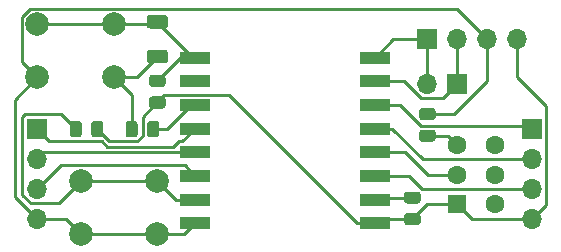
<source format=gtl>
%TF.GenerationSoftware,KiCad,Pcbnew,(5.1.9-0-10_14)*%
%TF.CreationDate,2021-03-17T15:04:59+08:00*%
%TF.ProjectId,Kernel,4b65726e-656c-42e6-9b69-6361645f7063,rev?*%
%TF.SameCoordinates,Original*%
%TF.FileFunction,Copper,L1,Top*%
%TF.FilePolarity,Positive*%
%FSLAX46Y46*%
G04 Gerber Fmt 4.6, Leading zero omitted, Abs format (unit mm)*
G04 Created by KiCad (PCBNEW (5.1.9-0-10_14)) date 2021-03-17 15:04:59*
%MOMM*%
%LPD*%
G01*
G04 APERTURE LIST*
%TA.AperFunction,SMDPad,CuDef*%
%ADD10R,2.500000X1.000000*%
%TD*%
%TA.AperFunction,ComponentPad*%
%ADD11O,1.700000X1.700000*%
%TD*%
%TA.AperFunction,ComponentPad*%
%ADD12R,1.700000X1.700000*%
%TD*%
%TA.AperFunction,ComponentPad*%
%ADD13C,2.000000*%
%TD*%
%TA.AperFunction,ComponentPad*%
%ADD14C,1.600000*%
%TD*%
%TA.AperFunction,ComponentPad*%
%ADD15R,1.600000X1.600000*%
%TD*%
%TA.AperFunction,Conductor*%
%ADD16C,0.250000*%
%TD*%
G04 APERTURE END LIST*
D10*
%TO.P,U1,1*%
%TO.N,RST*%
X89555000Y-39680000D03*
%TO.P,U1,2*%
%TO.N,Net-(U1-Pad2)*%
X89555000Y-41680000D03*
%TO.P,U1,3*%
%TO.N,EN*%
X89555000Y-43680000D03*
%TO.P,U1,4*%
%TO.N,IO16*%
X89555000Y-45680000D03*
%TO.P,U1,5*%
%TO.N,IO14*%
X89555000Y-47680000D03*
%TO.P,U1,6*%
%TO.N,IO12*%
X89555000Y-49680000D03*
%TO.P,U1,7*%
%TO.N,IO13*%
X89555000Y-51680000D03*
%TO.P,U1,8*%
%TO.N,+3V3*%
X89555000Y-53680000D03*
%TO.P,U1,9*%
%TO.N,GND*%
X104755000Y-53680000D03*
%TO.P,U1,10*%
%TO.N,IO15*%
X104755000Y-51680000D03*
%TO.P,U1,11*%
%TO.N,IO2*%
X104755000Y-49680000D03*
%TO.P,U1,12*%
%TO.N,IO0*%
X104755000Y-47680000D03*
%TO.P,U1,13*%
%TO.N,IO4*%
X104755000Y-45680000D03*
%TO.P,U1,14*%
%TO.N,IO5*%
X104755000Y-43680000D03*
%TO.P,U1,15*%
%TO.N,RXD*%
X104755000Y-41680000D03*
%TO.P,U1,16*%
%TO.N,TXD*%
X104755000Y-39680000D03*
%TD*%
D11*
%TO.P,J4,2*%
%TO.N,TXD*%
X109220000Y-41910000D03*
D12*
%TO.P,J4,1*%
%TO.N,RXD*%
X111760000Y-41910000D03*
%TD*%
D13*
%TO.P,SW3,1*%
%TO.N,+3V3*%
X79860000Y-54610000D03*
%TO.P,SW3,2*%
%TO.N,IO13*%
X79860000Y-50110000D03*
%TO.P,SW3,1*%
%TO.N,+3V3*%
X86360000Y-54610000D03*
%TO.P,SW3,2*%
%TO.N,IO13*%
X86360000Y-50110000D03*
%TD*%
%TO.P,SW2,1*%
%TO.N,RST*%
X82700000Y-36830000D03*
%TO.P,SW2,2*%
%TO.N,+3V3*%
X82700000Y-41330000D03*
%TO.P,SW2,1*%
%TO.N,RST*%
X76200000Y-36830000D03*
%TO.P,SW2,2*%
%TO.N,+3V3*%
X76200000Y-41330000D03*
%TD*%
D11*
%TO.P,J1,4*%
%TO.N,GND*%
X116840000Y-38100000D03*
%TO.P,J1,3*%
%TO.N,+3V3*%
X114300000Y-38100000D03*
%TO.P,J1,2*%
%TO.N,RXD*%
X111760000Y-38100000D03*
D12*
%TO.P,J1,1*%
%TO.N,TXD*%
X109220000Y-38100000D03*
%TD*%
%TO.P,R5,2*%
%TO.N,IO13*%
%TA.AperFunction,SMDPad,CuDef*%
G36*
G01*
X79967500Y-45269998D02*
X79967500Y-46170002D01*
G75*
G02*
X79717502Y-46420000I-249998J0D01*
G01*
X79192498Y-46420000D01*
G75*
G02*
X78942500Y-46170002I0J249998D01*
G01*
X78942500Y-45269998D01*
G75*
G02*
X79192498Y-45020000I249998J0D01*
G01*
X79717502Y-45020000D01*
G75*
G02*
X79967500Y-45269998I0J-249998D01*
G01*
G37*
%TD.AperFunction*%
%TO.P,R5,1*%
%TO.N,GND*%
%TA.AperFunction,SMDPad,CuDef*%
G36*
G01*
X81792500Y-45269998D02*
X81792500Y-46170002D01*
G75*
G02*
X81542502Y-46420000I-249998J0D01*
G01*
X81017498Y-46420000D01*
G75*
G02*
X80767500Y-46170002I0J249998D01*
G01*
X80767500Y-45269998D01*
G75*
G02*
X81017498Y-45020000I249998J0D01*
G01*
X81542502Y-45020000D01*
G75*
G02*
X81792500Y-45269998I0J-249998D01*
G01*
G37*
%TD.AperFunction*%
%TD*%
D11*
%TO.P,J3,4*%
%TO.N,GND*%
X118110000Y-53340000D03*
%TO.P,J3,3*%
%TO.N,IO2*%
X118110000Y-50800000D03*
%TO.P,J3,2*%
%TO.N,IO4*%
X118110000Y-48260000D03*
D12*
%TO.P,J3,1*%
%TO.N,IO5*%
X118110000Y-45720000D03*
%TD*%
D11*
%TO.P,J2,4*%
%TO.N,+3V3*%
X76200000Y-53340000D03*
%TO.P,J2,3*%
%TO.N,IO12*%
X76200000Y-50800000D03*
%TO.P,J2,2*%
%TO.N,IO14*%
X76200000Y-48260000D03*
D12*
%TO.P,J2,1*%
%TO.N,IO16*%
X76200000Y-45720000D03*
%TD*%
D14*
%TO.P,SW1,6*%
%TO.N,N/C*%
X114935000Y-47070000D03*
%TO.P,SW1,5*%
X114935000Y-49570000D03*
%TO.P,SW1,4*%
X114935000Y-52070000D03*
%TO.P,SW1,3*%
%TO.N,Net-(R1-Pad2)*%
X111735000Y-47070000D03*
%TO.P,SW1,2*%
%TO.N,IO0*%
X111735000Y-49570000D03*
D15*
%TO.P,SW1,1*%
%TO.N,GND*%
X111735000Y-52070000D03*
%TD*%
%TO.P,R4,2*%
%TO.N,GND*%
%TA.AperFunction,SMDPad,CuDef*%
G36*
G01*
X85909998Y-42945000D02*
X86810002Y-42945000D01*
G75*
G02*
X87060000Y-43194998I0J-249998D01*
G01*
X87060000Y-43720002D01*
G75*
G02*
X86810002Y-43970000I-249998J0D01*
G01*
X85909998Y-43970000D01*
G75*
G02*
X85660000Y-43720002I0J249998D01*
G01*
X85660000Y-43194998D01*
G75*
G02*
X85909998Y-42945000I249998J0D01*
G01*
G37*
%TD.AperFunction*%
%TO.P,R4,1*%
%TO.N,RST*%
%TA.AperFunction,SMDPad,CuDef*%
G36*
G01*
X85909998Y-41120000D02*
X86810002Y-41120000D01*
G75*
G02*
X87060000Y-41369998I0J-249998D01*
G01*
X87060000Y-41895002D01*
G75*
G02*
X86810002Y-42145000I-249998J0D01*
G01*
X85909998Y-42145000D01*
G75*
G02*
X85660000Y-41895002I0J249998D01*
G01*
X85660000Y-41369998D01*
G75*
G02*
X85909998Y-41120000I249998J0D01*
G01*
G37*
%TD.AperFunction*%
%TD*%
%TO.P,R3,2*%
%TO.N,EN*%
%TA.AperFunction,SMDPad,CuDef*%
G36*
G01*
X85490000Y-46170002D02*
X85490000Y-45269998D01*
G75*
G02*
X85739998Y-45020000I249998J0D01*
G01*
X86265002Y-45020000D01*
G75*
G02*
X86515000Y-45269998I0J-249998D01*
G01*
X86515000Y-46170002D01*
G75*
G02*
X86265002Y-46420000I-249998J0D01*
G01*
X85739998Y-46420000D01*
G75*
G02*
X85490000Y-46170002I0J249998D01*
G01*
G37*
%TD.AperFunction*%
%TO.P,R3,1*%
%TO.N,+3V3*%
%TA.AperFunction,SMDPad,CuDef*%
G36*
G01*
X83665000Y-46170002D02*
X83665000Y-45269998D01*
G75*
G02*
X83914998Y-45020000I249998J0D01*
G01*
X84440002Y-45020000D01*
G75*
G02*
X84690000Y-45269998I0J-249998D01*
G01*
X84690000Y-46170002D01*
G75*
G02*
X84440002Y-46420000I-249998J0D01*
G01*
X83914998Y-46420000D01*
G75*
G02*
X83665000Y-46170002I0J249998D01*
G01*
G37*
%TD.AperFunction*%
%TD*%
%TO.P,R2,2*%
%TO.N,IO15*%
%TA.AperFunction,SMDPad,CuDef*%
G36*
G01*
X108400002Y-52027500D02*
X107499998Y-52027500D01*
G75*
G02*
X107250000Y-51777502I0J249998D01*
G01*
X107250000Y-51252498D01*
G75*
G02*
X107499998Y-51002500I249998J0D01*
G01*
X108400002Y-51002500D01*
G75*
G02*
X108650000Y-51252498I0J-249998D01*
G01*
X108650000Y-51777502D01*
G75*
G02*
X108400002Y-52027500I-249998J0D01*
G01*
G37*
%TD.AperFunction*%
%TO.P,R2,1*%
%TO.N,GND*%
%TA.AperFunction,SMDPad,CuDef*%
G36*
G01*
X108400002Y-53852500D02*
X107499998Y-53852500D01*
G75*
G02*
X107250000Y-53602502I0J249998D01*
G01*
X107250000Y-53077498D01*
G75*
G02*
X107499998Y-52827500I249998J0D01*
G01*
X108400002Y-52827500D01*
G75*
G02*
X108650000Y-53077498I0J-249998D01*
G01*
X108650000Y-53602502D01*
G75*
G02*
X108400002Y-53852500I-249998J0D01*
G01*
G37*
%TD.AperFunction*%
%TD*%
%TO.P,R1,2*%
%TO.N,Net-(R1-Pad2)*%
%TA.AperFunction,SMDPad,CuDef*%
G36*
G01*
X108769998Y-45762500D02*
X109670002Y-45762500D01*
G75*
G02*
X109920000Y-46012498I0J-249998D01*
G01*
X109920000Y-46537502D01*
G75*
G02*
X109670002Y-46787500I-249998J0D01*
G01*
X108769998Y-46787500D01*
G75*
G02*
X108520000Y-46537502I0J249998D01*
G01*
X108520000Y-46012498D01*
G75*
G02*
X108769998Y-45762500I249998J0D01*
G01*
G37*
%TD.AperFunction*%
%TO.P,R1,1*%
%TO.N,+3V3*%
%TA.AperFunction,SMDPad,CuDef*%
G36*
G01*
X108769998Y-43937500D02*
X109670002Y-43937500D01*
G75*
G02*
X109920000Y-44187498I0J-249998D01*
G01*
X109920000Y-44712502D01*
G75*
G02*
X109670002Y-44962500I-249998J0D01*
G01*
X108769998Y-44962500D01*
G75*
G02*
X108520000Y-44712502I0J249998D01*
G01*
X108520000Y-44187498D01*
G75*
G02*
X108769998Y-43937500I249998J0D01*
G01*
G37*
%TD.AperFunction*%
%TD*%
%TO.P,C1,2*%
%TO.N,RST*%
%TA.AperFunction,SMDPad,CuDef*%
G36*
G01*
X87010001Y-37200000D02*
X85709999Y-37200000D01*
G75*
G02*
X85460000Y-36950001I0J249999D01*
G01*
X85460000Y-36299999D01*
G75*
G02*
X85709999Y-36050000I249999J0D01*
G01*
X87010001Y-36050000D01*
G75*
G02*
X87260000Y-36299999I0J-249999D01*
G01*
X87260000Y-36950001D01*
G75*
G02*
X87010001Y-37200000I-249999J0D01*
G01*
G37*
%TD.AperFunction*%
%TO.P,C1,1*%
%TO.N,+3V3*%
%TA.AperFunction,SMDPad,CuDef*%
G36*
G01*
X87010001Y-40150000D02*
X85709999Y-40150000D01*
G75*
G02*
X85460000Y-39900001I0J249999D01*
G01*
X85460000Y-39249999D01*
G75*
G02*
X85709999Y-39000000I249999J0D01*
G01*
X87010001Y-39000000D01*
G75*
G02*
X87260000Y-39249999I0J-249999D01*
G01*
X87260000Y-39900001D01*
G75*
G02*
X87010001Y-40150000I-249999J0D01*
G01*
G37*
%TD.AperFunction*%
%TD*%
D16*
%TO.N,EN*%
X89312500Y-43680000D02*
X89555000Y-43680000D01*
X89219998Y-43680000D02*
X89555000Y-43680000D01*
X87179998Y-45720000D02*
X89219998Y-43680000D01*
X86002500Y-45720000D02*
X87179998Y-45720000D01*
%TO.N,+3V3*%
X74295000Y-43235000D02*
X76200000Y-41330000D01*
X74295000Y-51435000D02*
X74295000Y-43235000D01*
X76200000Y-53340000D02*
X74295000Y-51435000D01*
X74874999Y-40004999D02*
X76200000Y-41330000D01*
X74874999Y-36193999D02*
X74874999Y-40004999D01*
X84605000Y-41330000D02*
X86360000Y-39575000D01*
X82700000Y-41330000D02*
X84605000Y-41330000D01*
X84177500Y-42807500D02*
X82700000Y-41330000D01*
X84177500Y-45720000D02*
X84177500Y-42807500D01*
X78590000Y-53340000D02*
X79860000Y-54610000D01*
X76200000Y-53340000D02*
X78590000Y-53340000D01*
X79860000Y-54610000D02*
X86360000Y-54610000D01*
X88625000Y-54610000D02*
X89555000Y-53680000D01*
X86360000Y-54610000D02*
X88625000Y-54610000D01*
X114300000Y-41655002D02*
X114300000Y-38100000D01*
X111505002Y-44450000D02*
X114300000Y-41655002D01*
X109220000Y-44450000D02*
X111505002Y-44450000D01*
X111704999Y-35504999D02*
X114300000Y-38100000D01*
X75563999Y-35504999D02*
X111704999Y-35504999D01*
X74874999Y-36193999D02*
X75563999Y-35504999D01*
%TO.N,GND*%
X103255000Y-53680000D02*
X104755000Y-53680000D01*
X92429999Y-42854999D02*
X103255000Y-53680000D01*
X109220000Y-52070000D02*
X107950000Y-53340000D01*
X111760000Y-52070000D02*
X109220000Y-52070000D01*
X105095000Y-53340000D02*
X104755000Y-53680000D01*
X107950000Y-53340000D02*
X105095000Y-53340000D01*
X113030000Y-53340000D02*
X111760000Y-52070000D01*
X118110000Y-53340000D02*
X113030000Y-53340000D01*
X84678180Y-46745010D02*
X85164990Y-46258200D01*
X82305010Y-46745010D02*
X84678180Y-46745010D01*
X81280000Y-45720000D02*
X82305010Y-46745010D01*
X119285001Y-52164999D02*
X119285001Y-43720001D01*
X118110000Y-53340000D02*
X119285001Y-52164999D01*
X116840000Y-41275000D02*
X119285001Y-43720001D01*
X116840000Y-38100000D02*
X116840000Y-41275000D01*
X85164990Y-44652510D02*
X86360000Y-43457500D01*
X85164990Y-46258200D02*
X85164990Y-44652510D01*
X86962501Y-42854999D02*
X92429999Y-42854999D01*
X86360000Y-43457500D02*
X86962501Y-42854999D01*
%TO.N,IO15*%
X104920000Y-51515000D02*
X104755000Y-51680000D01*
X107950000Y-51515000D02*
X104920000Y-51515000D01*
%TO.N,IO0*%
X111760000Y-49570000D02*
X109260000Y-49570000D01*
X107370000Y-47680000D02*
X104755000Y-47680000D01*
X109260000Y-49570000D02*
X107370000Y-47680000D01*
%TO.N,RXD*%
X110584999Y-43085001D02*
X111760000Y-41910000D01*
X108655999Y-43085001D02*
X110584999Y-43085001D01*
X107250998Y-41680000D02*
X108655999Y-43085001D01*
X104755000Y-41680000D02*
X107250998Y-41680000D01*
X111760000Y-41910000D02*
X111760000Y-38100000D01*
%TO.N,TXD*%
X106335000Y-38100000D02*
X104755000Y-39680000D01*
X109220000Y-38100000D02*
X106335000Y-38100000D01*
X109220000Y-41910000D02*
X109220000Y-38100000D01*
%TO.N,Net-(R1-Pad2)*%
X110940000Y-46275000D02*
X111735000Y-47070000D01*
X109220000Y-46275000D02*
X110940000Y-46275000D01*
%TO.N,RST*%
X88947500Y-39680000D02*
X89555000Y-39680000D01*
X89415000Y-39680000D02*
X89555000Y-39680000D01*
X86360000Y-36625000D02*
X89415000Y-39680000D01*
X76200000Y-36830000D02*
X82700000Y-36830000D01*
X86155000Y-36830000D02*
X86360000Y-36625000D01*
X82700000Y-36830000D02*
X86155000Y-36830000D01*
X88312500Y-39680000D02*
X89555000Y-39680000D01*
X86360000Y-41632500D02*
X88312500Y-39680000D01*
%TO.N,IO12*%
X88659999Y-48784999D02*
X89555000Y-49680000D01*
X78215001Y-48784999D02*
X88659999Y-48784999D01*
X76200000Y-50800000D02*
X78215001Y-48784999D01*
%TO.N,IO14*%
X76200000Y-48260000D02*
X76200000Y-48411002D01*
X76780000Y-47680000D02*
X76200000Y-48260000D01*
X89555000Y-47680000D02*
X76780000Y-47680000D01*
%TO.N,IO16*%
X88489990Y-46745010D02*
X89555000Y-45680000D01*
X76200000Y-45720000D02*
X77225010Y-46745010D01*
X88154988Y-46745010D02*
X88489990Y-46745010D01*
X87704978Y-47195020D02*
X88154988Y-46745010D01*
X82118610Y-47195020D02*
X87704978Y-47195020D01*
X81668600Y-46745010D02*
X82118610Y-47195020D01*
X77225010Y-46745010D02*
X81668600Y-46745010D01*
%TO.N,IO2*%
X107640690Y-49680000D02*
X104755000Y-49680000D01*
X108760690Y-50800000D02*
X107640690Y-49680000D01*
X118110000Y-50800000D02*
X108760690Y-50800000D01*
%TO.N,IO4*%
X108835000Y-48260000D02*
X118110000Y-48260000D01*
X106255000Y-45680000D02*
X108835000Y-48260000D01*
X104755000Y-45680000D02*
X106255000Y-45680000D01*
%TO.N,IO5*%
X105090002Y-43680000D02*
X104755000Y-43680000D01*
X104755000Y-43680000D02*
X106924310Y-43680000D01*
X117827490Y-45437490D02*
X118110000Y-45720000D01*
X108681800Y-45437490D02*
X117827490Y-45437490D01*
X106924310Y-43680000D02*
X108681800Y-45437490D01*
%TO.N,IO13*%
X79455000Y-45720000D02*
X78185000Y-44450000D01*
X75184998Y-44450000D02*
X74930000Y-44704998D01*
X78185000Y-44450000D02*
X75184998Y-44450000D01*
X74930000Y-51269002D02*
X75635999Y-51975001D01*
X74930000Y-44704998D02*
X74930000Y-51269002D01*
X77994999Y-51975001D02*
X75635999Y-51975001D01*
X79860000Y-50110000D02*
X77994999Y-51975001D01*
X79860000Y-50110000D02*
X86360000Y-50110000D01*
X87930000Y-51680000D02*
X89555000Y-51680000D01*
X86360000Y-50110000D02*
X87930000Y-51680000D01*
%TD*%
M02*

</source>
